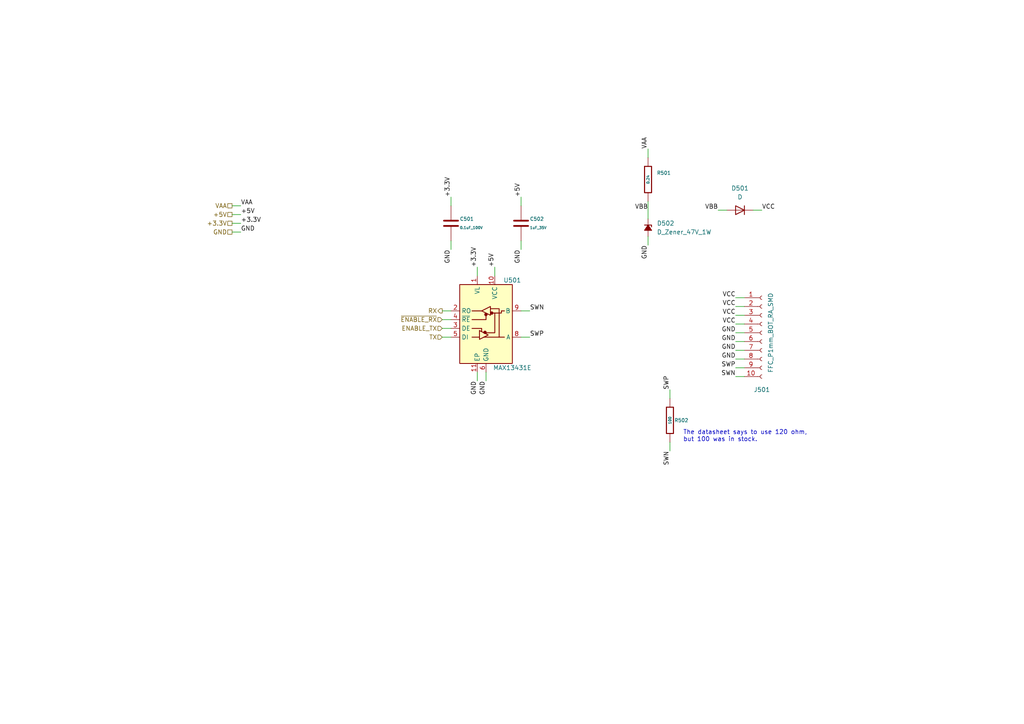
<source format=kicad_sch>
(kicad_sch (version 20230121) (generator eeschema)
  (paper "A4")
  (title_block (title "honeycomb-pcb") (date "2024-07-12") (rev "1.0") (company "Howard Hughes Medical Institute"))
  (lib_symbols
    (symbol "Janelia:C_0.1uF_100V_0402" (pin_numbers hide) (pin_names (offset 0.254))
      (property "Reference" "C" (at 0 2.54 0))
      (property "Value" "0.1uF_100V" (at 0 0 0))
      (symbol "C_0.1uF_100V_0402_0_1"
        (polyline (pts (xy -2.032 -0.762) (xy 2.032 -0.762)) (stroke (width 0.508)))
        (polyline (pts (xy -2.032 0.762) (xy 2.032 0.762)) (stroke (width 0.508)))
      )
      (symbol "C_0.1uF_100V_0402_1_1"
        (pin passive line (at 0 5.08 270) (length 4.318) (name "~") (number "1"))
        (pin passive line (at 0 -5.08 90) (length 4.318) (name "~") (number "2"))
      )
    )
    (symbol "Janelia:C_1uF_35V_0402" (pin_numbers hide) (pin_names (offset 0.254))
      (property "Reference" "C" (at 0 2.54 0))
      (property "Value" "1uF_35V" (at 0 0 0))
      (symbol "C_1uF_35V_0402_0_1"
        (polyline (pts (xy -2.032 -0.762) (xy 2.032 -0.762)) (stroke (width 0.508)))
        (polyline (pts (xy -2.032 0.762) (xy 2.032 0.762)) (stroke (width 0.508)))
      )
      (symbol "C_1uF_35V_0402_1_1"
        (pin passive line (at 0 5.08 270) (length 4.318) (name "~") (number "1"))
        (pin passive line (at 0 -5.08 90) (length 4.318) (name "~") (number "2"))
      )
    )
    (symbol "Janelia:Conn_01x10_FFC_P1mm_BOT_RA_SMD" (pin_names (offset 1.016) hide)
      (property "Reference" "J" (at 0 12.7 0))
      (property "Value" "FFC_P1mm_BOT_RA_SMD" (at 0 -15.24 0))
      (symbol "Conn_01x10_FFC_P1mm_BOT_RA_SMD_1_1"
        (arc (start 0 -12.192) (mid -0.5058 -12.7) (end 0 -13.208) (stroke (width 0.1524)))
        (arc (start 0 -9.652) (mid -0.5058 -10.16) (end 0 -10.668) (stroke (width 0.1524)))
        (arc (start 0 -7.112) (mid -0.5058 -7.62) (end 0 -8.128) (stroke (width 0.1524)))
        (arc (start 0 -4.572) (mid -0.5058 -5.08) (end 0 -5.588) (stroke (width 0.1524)))
        (arc (start 0 -2.032) (mid -0.5058 -2.54) (end 0 -3.048) (stroke (width 0.1524)))
        (polyline (pts (xy -1.27 -12.7) (xy -0.508 -12.7)) (stroke (width 0.1524)))
        (polyline (pts (xy -1.27 -10.16) (xy -0.508 -10.16)) (stroke (width 0.1524)))
        (polyline (pts (xy -1.27 -7.62) (xy -0.508 -7.62)) (stroke (width 0.1524)))
        (polyline (pts (xy -1.27 -5.08) (xy -0.508 -5.08)) (stroke (width 0.1524)))
        (polyline (pts (xy -1.27 -2.54) (xy -0.508 -2.54)) (stroke (width 0.1524)))
        (polyline (pts (xy -1.27 0) (xy -0.508 0)) (stroke (width 0.1524)))
        (polyline (pts (xy -1.27 2.54) (xy -0.508 2.54)) (stroke (width 0.1524)))
        (polyline (pts (xy -1.27 5.08) (xy -0.508 5.08)) (stroke (width 0.1524)))
        (polyline (pts (xy -1.27 7.62) (xy -0.508 7.62)) (stroke (width 0.1524)))
        (polyline (pts (xy -1.27 10.16) (xy -0.508 10.16)) (stroke (width 0.1524)))
        (arc (start 0 0.508) (mid -0.5058 0) (end 0 -0.508) (stroke (width 0.1524)))
        (arc (start 0 3.048) (mid -0.5058 2.54) (end 0 2.032) (stroke (width 0.1524)))
        (arc (start 0 5.588) (mid -0.5058 5.08) (end 0 4.572) (stroke (width 0.1524)))
        (arc (start 0 8.128) (mid -0.5058 7.62) (end 0 7.112) (stroke (width 0.1524)))
        (arc (start 0 10.668) (mid -0.5058 10.16) (end 0 9.652) (stroke (width 0.1524)))
        (pin passive line (at -5.08 10.16 0) (length 3.81) (name "Pin_1") (number "1"))
        (pin passive line (at -5.08 -12.7 0) (length 3.81) (name "Pin_10") (number "10"))
        (pin passive line (at -5.08 7.62 0) (length 3.81) (name "Pin_2") (number "2"))
        (pin passive line (at -5.08 5.08 0) (length 3.81) (name "Pin_3") (number "3"))
        (pin passive line (at -5.08 2.54 0) (length 3.81) (name "Pin_4") (number "4"))
        (pin passive line (at -5.08 0 0) (length 3.81) (name "Pin_5") (number "5"))
        (pin passive line (at -5.08 -2.54 0) (length 3.81) (name "Pin_6") (number "6"))
        (pin passive line (at -5.08 -5.08 0) (length 3.81) (name "Pin_7") (number "7"))
        (pin passive line (at -5.08 -7.62 0) (length 3.81) (name "Pin_8") (number "8"))
        (pin passive line (at -5.08 -10.16 0) (length 3.81) (name "Pin_9") (number "9"))
      )
    )
    (symbol "Janelia:D_1.25V@2A_400V" (pin_numbers hide) (pin_names (offset 1.016) hide)
      (property "Reference" "D" (at 0 2.54 0))
      (property "Value" "D" (at 0 -2.54 0))
      (symbol "D_1.25V@2A_400V_0_1"
        (polyline (pts (xy -1.27 1.27) (xy -1.27 -1.27)) (stroke (width 0.254)))
        (polyline (pts (xy 1.27 0) (xy -1.27 0)))
        (polyline (pts (xy 1.27 1.27) (xy 1.27 -1.27) (xy -1.27 0) (xy 1.27 1.27)) (stroke (width 0.254)))
      )
      (symbol "D_1.25V@2A_400V_1_1"
        (pin passive line (at -3.81 0 0) (length 2.54) (name "K") (number "1"))
        (pin passive line (at 3.81 0 180) (length 2.54) (name "A") (number "2"))
      )
    )
    (symbol "Janelia:D_Zener_47V_1W" (pin_numbers hide) (pin_names (offset 0.254) hide)
      (property "Reference" "D" (at 0 2.286 0))
      (property "Value" "D_Zener_47V_1W" (at 0 -2.286 0))
      (symbol "D_Zener_47V_1W_0_1"
        (polyline (pts (xy 0.762 0) (xy -0.762 0)))
        (polyline (pts (xy -0.254 1.016) (xy -0.762 1.016) (xy -0.762 -1.016)) (stroke (width 0.254)))
        (polyline (pts (xy 0.762 1.016) (xy -0.762 0) (xy 0.762 -1.016) (xy 0.762 1.016)) (stroke (width 0.254)) (fill (type outline)))
      )
      (symbol "D_Zener_47V_1W_1_1"
        (pin passive line (at -2.54 0 0) (length 1.778) (name "K") (number "1"))
        (pin passive line (at 2.54 0 180) (length 1.778) (name "A") (number "2"))
      )
    )
    (symbol "Janelia:MAX13431E"
      (property "Reference" "U" (at 7.62 11.43 0))
      (property "Value" "MAX13431E" (at 7.62 -13.97 0))
      (symbol "MAX13431E_0_1"
        (rectangle (start -7.62 10.16) (end 7.62 -12.7) (stroke (width 0.254)) (fill (type background)))
        (circle (center -0.3048 -3.683) (radius 0.3556) (stroke (width 0.254)) (fill (type outline)))
        (circle (center -0.0254 1.4986) (radius 0.3556) (stroke (width 0.254)) (fill (type outline)))
        (polyline (pts (xy -4.064 -5.08) (xy -1.905 -5.08)) (stroke (width 0.254)))
        (polyline (pts (xy -4.064 2.54) (xy -1.27 2.54)) (stroke (width 0.254)))
        (polyline (pts (xy -1.27 -3.2004) (xy -1.27 -3.4544)) (stroke (width 0.254)))
        (polyline (pts (xy -0.635 -5.08) (xy 5.334 -5.08)) (stroke (width 0.254)))
        (polyline (pts (xy -4.064 -2.54) (xy -1.27 -2.54) (xy -1.27 -3.175)) (stroke (width 0.254)))
        (polyline (pts (xy 0 1.27) (xy 0 0) (xy -4.064 0)) (stroke (width 0.254)))
        (polyline (pts (xy 1.27 3.175) (xy 3.81 3.175) (xy 3.81 -5.08)) (stroke (width 0.254)))
        (polyline (pts (xy 2.54 1.905) (xy 2.54 -3.81) (xy 0 -3.81)) (stroke (width 0.254)))
        (polyline (pts (xy -1.905 -3.175) (xy -1.905 -5.715) (xy 0.635 -4.445) (xy -1.905 -3.175)) (stroke (width 0.254)))
        (polyline (pts (xy -1.27 2.54) (xy 1.27 3.81) (xy 1.27 1.27) (xy -1.27 2.54)) (stroke (width 0.254)))
        (polyline (pts (xy 1.905 1.905) (xy 4.445 1.905) (xy 4.445 2.54) (xy 5.334 2.54)) (stroke (width 0.254)))
        (rectangle (start 1.27 3.175) (end 1.27 3.175))
        (circle (center 1.651 1.905) (radius 0.3556) (stroke (width 0.254)) (fill (type outline)))
      )
      (symbol "MAX13431E_1_1"
        (pin power_in line (at -2.54 12.7 270) (length 2.54) (name "VL") (number "1"))
        (pin power_in line (at 2.54 12.7 270) (length 2.54) (name "VCC") (number "10"))
        (pin power_in line (at -2.54 -15.24 90) (length 2.54) (name "EP") (number "11"))
        (pin passive line (at -10.16 2.54 0) (length 2.54) (name "RO") (number "2"))
        (pin input line (at -10.16 -2.54 0) (length 2.54) (name "DE") (number "3"))
        (pin input line (at -10.16 0 0) (length 2.54) (name "~{RE}") (number "4"))
        (pin passive line (at -10.16 -5.08 0) (length 2.54) (name "DI") (number "5"))
        (pin power_in line (at 0 -15.24 90) (length 2.54) (name "GND") (number "6"))
        (pin bidirectional line (at 10.16 -5.08 180) (length 2.54) (name "A") (number "8"))
        (pin bidirectional line (at 10.16 2.54 180) (length 2.54) (name "B") (number "9"))
      )
    )
    (symbol "Janelia:R_0.240_1W_2512" (pin_numbers hide) (pin_names (offset 0))
      (property "Reference" "R" (at 2.032 0 90))
      (property "Value" "0.24" (at 0 0 90))
      (symbol "R_0.240_1W_2512_0_1"
        (rectangle (start -1.016 3.81) (end 1.016 -3.81) (stroke (width 0.3048)))
      )
      (symbol "R_0.240_1W_2512_1_1"
        (pin passive line (at 0 6.35 270) (length 2.54) (name "~") (number "1"))
        (pin passive line (at 0 -6.35 90) (length 2.54) (name "~") (number "2"))
      )
    )
    (symbol "Janelia:R_100_0402" (pin_numbers hide) (pin_names (offset 0))
      (property "Reference" "R" (at 2.54 1.27 0))
      (property "Value" "100" (at 0 0 90))
      (symbol "R_100_0402_0_1"
        (rectangle (start -1.016 3.81) (end 1.016 -3.81) (stroke (width 0.3048)))
      )
      (symbol "R_100_0402_1_1"
        (pin passive line (at 0 6.35 270) (length 2.54) (name "~") (number "1"))
        (pin passive line (at 0 -6.35 90) (length 2.54) (name "~") (number "2"))
      )
    )
  )
  (wire (pts (xy 128.27 95.25) (xy 130.81 95.25)))
  (wire (pts (xy 138.43 107.95) (xy 138.43 110.49)))
  (wire (pts (xy 215.9 96.52) (xy 213.36 96.52)))
  (wire (pts (xy 140.97 107.95) (xy 140.97 110.49)))
  (wire (pts (xy 215.9 106.68) (xy 213.36 106.68)))
  (wire (pts (xy 130.81 69.85) (xy 130.81 72.39)))
  (wire (pts (xy 151.13 69.85) (xy 151.13 72.39)))
  (wire (pts (xy 67.31 62.23) (xy 69.85 62.23)))
  (wire (pts (xy 218.44 60.96) (xy 220.98 60.96)))
  (wire (pts (xy 128.27 90.17) (xy 130.81 90.17)))
  (wire (pts (xy 151.13 97.79) (xy 153.67 97.79)))
  (wire (pts (xy 194.31 128.27) (xy 194.31 130.81)))
  (wire (pts (xy 128.27 97.79) (xy 130.81 97.79)))
  (wire (pts (xy 67.31 59.69) (xy 69.85 59.69)))
  (wire (pts (xy 143.51 80.01) (xy 143.51 77.47)))
  (wire (pts (xy 67.31 67.31) (xy 69.85 67.31)))
  (wire (pts (xy 128.27 92.71) (xy 130.81 92.71)))
  (wire (pts (xy 215.9 99.06) (xy 213.36 99.06)))
  (wire (pts (xy 210.82 60.96) (xy 208.28 60.96)))
  (wire (pts (xy 215.9 88.9) (xy 213.36 88.9)))
  (wire (pts (xy 187.96 68.58) (xy 187.96 71.12)))
  (wire (pts (xy 194.31 115.57) (xy 194.31 113.03)))
  (wire (pts (xy 151.13 90.17) (xy 153.67 90.17)))
  (wire (pts (xy 215.9 86.36) (xy 213.36 86.36)))
  (wire (pts (xy 67.31 64.77) (xy 69.85 64.77)))
  (wire (pts (xy 215.9 109.22) (xy 213.36 109.22)))
  (wire (pts (xy 151.13 59.69) (xy 151.13 57.15)))
  (wire (pts (xy 215.9 91.44) (xy 213.36 91.44)))
  (wire (pts (xy 138.43 80.01) (xy 138.43 77.47)))
  (wire (pts (xy 130.81 59.69) (xy 130.81 57.15)))
  (wire (pts (xy 215.9 104.14) (xy 213.36 104.14)))
  (wire (pts (xy 215.9 93.98) (xy 213.36 93.98)))
  (wire (pts (xy 187.96 58.42) (xy 187.96 63.5)))
  (wire (pts (xy 187.96 45.72) (xy 187.96 43.18)))
  (wire (pts (xy 215.9 101.6) (xy 213.36 101.6)))
  (text "The datasheet says to use 120 ohm,\nbut 100 was in stock.\n" (at 198.12 128.27 0) (effects (font (size 1.27 1.27)) (justify left bottom)))
  (label "SWN" (at 153.67 90.17 0))
  (label "VCC" (at 213.36 91.44 180))
  (label "GND" (at 69.85 67.31 0))
  (label "VCC" (at 213.36 88.9 180))
  (label "SWP" (at 213.36 106.68 180))
  (label "GND" (at 140.97 110.49 270))
  (label "+5V" (at 151.13 57.15 90))
  (label "VCC" (at 220.98 60.96 0))
  (label "GND" (at 130.81 72.39 270))
  (label "VBB" (at 187.96 60.96 180))
  (label "+3.3V" (at 138.43 77.47 90))
  (label "VAA" (at 187.96 43.18 90))
  (label "+3.3V" (at 130.81 57.15 90))
  (label "GND" (at 213.36 99.06 180))
  (label "+5V" (at 69.85 62.23 0))
  (label "+3.3V" (at 69.85 64.77 0))
  (label "GND" (at 213.36 101.6 180))
  (label "+5V" (at 143.51 77.47 90))
  (label "VCC" (at 213.36 93.98 180))
  (label "VBB" (at 208.28 60.96 180))
  (label "GND" (at 187.96 71.12 270))
  (label "SWN" (at 194.31 130.81 270))
  (label "GND" (at 213.36 104.14 180))
  (label "SWN" (at 213.36 109.22 180))
  (label "VAA" (at 69.85 59.69 0))
  (label "VCC" (at 213.36 86.36 180))
  (label "GND" (at 138.43 110.49 270))
  (label "GND" (at 213.36 96.52 180))
  (label "SWP" (at 194.31 113.03 90))
  (label "SWP" (at 153.67 97.79 0))
  (label "GND" (at 151.13 72.39 270))
  (hierarchical_label "~{ENABLE_RX}" (shape input) (at 128.27 92.71 180))
  (hierarchical_label "TX" (shape input) (at 128.27 97.79 180))
  (hierarchical_label "+5V" (shape passive) (at 67.31 62.23 180))
  (hierarchical_label "+3.3V" (shape passive) (at 67.31 64.77 180))
  (hierarchical_label "GND" (shape passive) (at 67.31 67.31 180))
  (hierarchical_label "RX" (shape output) (at 128.27 90.17 180))
  (hierarchical_label "VAA" (shape passive) (at 67.31 59.69 180))
  (hierarchical_label "ENABLE_TX" (shape input) (at 128.27 95.25 180))
  (symbol (lib_id "Janelia:D_1.25V@2A_400V") (at 214.63 60.96 180) (unit 1)
    (property "Reference" "D501" (at 214.63 54.61 0))
    (property "Value" "D" (at 214.63 57.15 0))
    (property "Footprint" "Janelia:D_SMB" (effects hide))
    (property "Sim.Device" "D" (effects hide))
    (property "Sim.Pins" "1=K 2=A" (effects hide))
    (property "Synopsis" "DIODE GEN PURP 400V 2A" (effects hide))
    (property "Package" "SMB" (effects hide))
    (property "Manufacturer" "ShunYe" (effects hide))
    (property "Manufacturer Part Number" "ES2G" (effects hide))
    (property "Vendor" "Digi-Key" (effects hide))
    (property "Vendor Part Number" "ES2G-FDICT-ND" (effects hide))
    (property "LCSC" "C4944961" (effects hide))
    (instances (project "honeycomb-pcb" (path "" (reference "D501") (unit 1)) (path "" (reference "D601") (unit 1)) (path "" (reference "D701") (unit 1)) (path "" (reference "D801") (unit 1)) (path "" (reference "D901") (unit 1)) (path "" (reference "D1001") (unit 1)) (path "" (reference "D1101") (unit 1))))
  )
  (symbol (lib_id "Janelia:C_0.1uF_100V_0402") (at 130.81 64.77 0) (unit 1)
    (property "Reference" "C501" (at 133.35 63.5 0) (effects (font (size 1.016 1.016)) (justify left)))
    (property "Value" "0.1uF_100V" (at 133.35 66.04 0) (effects (font (size 0.762 0.762)) (justify left)))
    (property "Footprint" "Janelia:C_0402_1005Metric" (effects hide))
    (property "Vendor" "Digi-Key" (effects hide))
    (property "Vendor Part Number" "490-10458-1-ND" (effects hide))
    (property "Synopsis" "CAP CER 0.1UF 100V X5R" (effects hide))
    (property "Manufacturer" "Murata Electronics" (effects hide))
    (property "Manufacturer Part Number" "GRM155R62A104KE14D" (effects hide))
    (property "Package" "0402" (effects hide))
    (property "LCSC" "C162178" (effects hide))
    (instances (project "honeycomb-pcb" (path "" (reference "C501") (unit 1)) (path "" (reference "C601") (unit 1)) (path "" (reference "C701") (unit 1)) (path "" (reference "C801") (unit 1)) (path "" (reference "C901") (unit 1)) (path "" (reference "C1001") (unit 1)) (path "" (reference "C1101") (unit 1))))
  )
  (symbol (lib_id "Janelia:C_1uF_35V_0402") (at 151.13 64.77 0) (unit 1)
    (property "Reference" "C502" (at 153.67 63.5 0) (effects (font (size 1.016 1.016)) (justify left)))
    (property "Value" "1uF_35V" (at 153.67 66.04 0) (effects (font (size 0.762 0.762)) (justify left)))
    (property "Footprint" "Janelia:C_0402_1005Metric" (effects hide))
    (property "Vendor" "Digi-Key" (effects hide))
    (property "Vendor Part Number" "1276-6796-1-ND" (effects hide))
    (property "Synopsis" "CAP CER 1UF 35V X5R" (effects hide))
    (property "Package" "0402" (effects hide))
    (property "Manufacturer" "Samsung Electro-Mechanics" (effects hide))
    (property "Manufacturer Part Number" "CL05A105KL5NRNC" (effects hide))
    (property "LCSC" "C307413" (effects hide))
    (instances (project "honeycomb-pcb" (path "" (reference "C502") (unit 1)) (path "" (reference "C602") (unit 1)) (path "" (reference "C702") (unit 1)) (path "" (reference "C802") (unit 1)) (path "" (reference "C902") (unit 1)) (path "" (reference "C1002") (unit 1)) (path "" (reference "C1102") (unit 1))))
  )
  (symbol (lib_id "Janelia:R_0.240_1W_2512") (at 187.96 52.07 0) (unit 1)
    (property "Reference" "R501" (at 190.5 50.165 0) (effects (font (size 1.016 1.016)) (justify left)))
    (property "Value" "0.24" (at 187.96 52.07 90) (effects (font (size 0.762 0.762))))
    (property "Footprint" "Janelia:R_2512_6332Metric" (effects hide))
    (property "Vendor" "JLCPCB" (effects hide))
    (property "Vendor Part Number" "C2960776" (effects hide))
    (property "Synopsis" "1W 240m Surface Mount Resistor" (effects hide))
    (property "Package" "2512" (effects hide))
    (property "Manufacturer" "FOJAN" (effects hide))
    (property "Manufacturer Part Number" "FRL2512JR240TS" (effects hide))
    (property "LCSC" "C2960776" (effects hide))
    (instances (project "honeycomb-pcb" (path "" (reference "R501") (unit 1)) (path "" (reference "R601") (unit 1)) (path "" (reference "R701") (unit 1)) (path "" (reference "R801") (unit 1)) (path "" (reference "R901") (unit 1)) (path "" (reference "R1001") (unit 1)) (path "" (reference "R1101") (unit 1))))
  )
  (symbol (lib_id "Janelia:D_Zener_47V_1W") (at 187.96 66.04 270) (unit 1)
    (property "Reference" "D502" (at 190.5 64.77 90) (effects (justify left)))
    (property "Value" "D_Zener_47V_1W" (at 190.5 67.31 90) (effects (justify left)))
    (property "Footprint" "Janelia:D_SMA" (effects hide))
    (property "Synopsis" "DIODE ZENER 47V 1W" (effects hide))
    (property "Manufacturer" "Shikues" (effects hide))
    (property "Manufacturer Part Number" "1SMAF4756A" (effects hide))
    (property "Vendor" "Digi-Key" (effects hide))
    (property "Vendor Part Number" "3372-1SMA4756ATR-ND" (effects hide))
    (property "Package" "SMAF" (effects hide))
    (property "LCSC" "C475448" (effects hide))
    (instances (project "honeycomb-pcb" (path "" (reference "D502") (unit 1)) (path "" (reference "D602") (unit 1)) (path "" (reference "D702") (unit 1)) (path "" (reference "D802") (unit 1)) (path "" (reference "D902") (unit 1)) (path "" (reference "D1002") (unit 1)) (path "" (reference "D1102") (unit 1))))
  )
  (symbol (lib_id "Janelia:MAX13431E") (at 140.97 92.71 0) (unit 1)
    (property "Reference" "U501" (at 148.59 81.28 0))
    (property "Value" "MAX13431E" (at 148.59 106.68 0))
    (property "Footprint" "Janelia:21-0137I_T1033-1_MXM" (effects hide))
    (property "Synopsis" "IC TRANSCEIVER HALF 1/1" (effects hide))
    (property "Manufacturer" "Analog Devices Inc./Maxim Integrated" (effects hide))
    (property "Manufacturer Part Number" "MAX13431EETB+T" (effects hide))
    (property "Vendor" "Digi-Key" (effects hide))
    (property "Vendor Part Number" "MAX13431EETB+TCT-ND" (effects hide))
    (property "LCSC" "C2672811" (effects hide))
    (instances (project "honeycomb-pcb" (path "" (reference "U501") (unit 1)) (path "" (reference "U601") (unit 1)) (path "" (reference "U701") (unit 1)) (path "" (reference "U801") (unit 1)) (path "" (reference "U901") (unit 1)) (path "" (reference "U1001") (unit 1)) (path "" (reference "U1101") (unit 1))))
  )
  (symbol (lib_id "Janelia:Conn_01x10_FFC_P1mm_BOT_RA_SMD") (at 220.98 96.52 0) (unit 1)
    (property "Reference" "J501" (at 220.98 113.03 0))
    (property "Value" "FFC_P1mm_BOT_RA_SMD" (at 223.52 96.52 90))
    (property "Footprint" "Janelia:CONN_C2914097" (effects hide))
    (property "Synopsis" "CONN FFC FPC BOTTOM 10POS 1MM RA" (effects hide))
    (property "Package" "SMD P=1mm" (effects hide))
    (property "Manufacturer" "HDGC" (effects hide))
    (property "Manufacturer Part Number" "1.0K-FX-10PWBG" (effects hide))
    (property "Vendor" "JLCPCB" (effects hide))
    (property "Vendor Part Number" "C2914097" (effects hide))
    (property "LCSC" "C2914097" (effects hide))
    (instances (project "honeycomb-pcb" (path "" (reference "J501") (unit 1)) (path "" (reference "J601") (unit 1)) (path "" (reference "J701") (unit 1)) (path "" (reference "J801") (unit 1)) (path "" (reference "J901") (unit 1)) (path "" (reference "J1001") (unit 1)) (path "" (reference "J1101") (unit 1))))
  )
  (symbol (lib_id "Janelia:R_100_0402") (at 194.31 121.92 0) (unit 1)
    (property "Reference" "R502" (at 195.58 121.92 0) (effects (font (size 1.016 1.016)) (justify left)))
    (property "Value" "100" (at 194.31 121.92 90) (effects (font (size 0.762 0.762))))
    (property "Footprint" "Janelia:R_0402_1005Metric" (effects hide))
    (property "Vendor" "JLCPCB" (effects hide))
    (property "Vendor Part Number" "C25076" (effects hide))
    (property "Synopsis" "RES SMD 100 OHM 1% 62.5mW" (effects hide))
    (property "Package" "0402" (effects hide))
    (property "Manufacturer" "UNI-ROYAL(Uniroyal Elec)" (effects hide))
    (property "Manufacturer Part Number" "0402WGF1000TCE" (effects hide))
    (property "LCSC" "C25076" (effects hide))
    (instances (project "honeycomb-pcb" (path "" (reference "R502") (unit 1)) (path "" (reference "R602") (unit 1)) (path "" (reference "R702") (unit 1)) (path "" (reference "R802") (unit 1)) (path "" (reference "R902") (unit 1)) (path "" (reference "R1002") (unit 1)) (path "" (reference "R1102") (unit 1))))
  )
)
</source>
